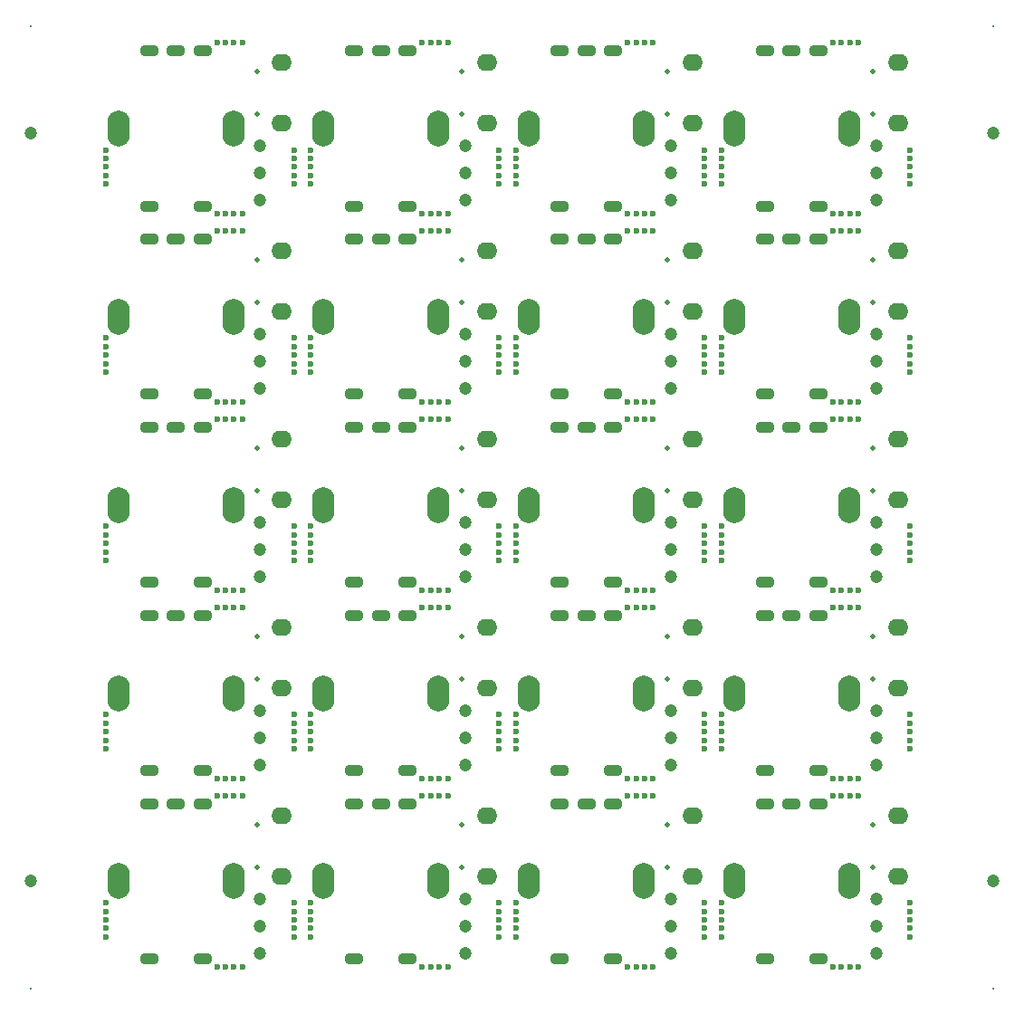
<source format=gbr>
%TF.GenerationSoftware,Altium Limited,Altium Designer,20.1.8 (145)*%
G04 Layer_Color=8388736*
%FSLAX45Y45*%
%MOMM*%
%TF.SameCoordinates,0AB19B83-9B04-4470-A1CB-4E81E99A1085*%
%TF.FilePolarity,Negative*%
%TF.FileFunction,Soldermask,Top*%
%TF.Part,CustomerPanel*%
G01*
G75*
%TA.AperFunction,WasherPad*%
%ADD11C,0.60000*%
%TA.AperFunction,SMDPad,CuDef*%
%ADD37C,1.20320*%
%TA.AperFunction,WasherPad*%
%ADD47C,0.29600*%
%TA.AperFunction,ComponentPad*%
%ADD48C,0.50000*%
%ADD49O,1.90000X1.60000*%
G04:AMPARAMS|DCode=50|XSize=1.2mm|YSize=1.2mm|CornerRadius=0.6mm|HoleSize=0mm|Usage=FLASHONLY|Rotation=90.000|XOffset=0mm|YOffset=0mm|HoleType=Round|Shape=RoundedRectangle|*
%AMROUNDEDRECTD50*
21,1,1.20000,0.00000,0,0,90.0*
21,1,0.00000,1.20000,0,0,90.0*
1,1,1.20000,0.00000,0.00000*
1,1,1.20000,0.00000,0.00000*
1,1,1.20000,0.00000,0.00000*
1,1,1.20000,0.00000,0.00000*
%
%ADD50ROUNDEDRECTD50*%
%ADD51O,1.80000X1.10000*%
%ADD52O,2.10000X3.35000*%
G04:AMPARAMS|DCode=53|XSize=2.1mm|YSize=3.35mm|CornerRadius=1.05mm|HoleSize=0mm|Usage=FLASHONLY|Rotation=180.000|XOffset=0mm|YOffset=0mm|HoleType=Round|Shape=RoundedRectangle|*
%AMROUNDEDRECTD53*
21,1,2.10000,1.25000,0,0,180.0*
21,1,0.00000,3.35000,0,0,180.0*
1,1,2.10000,0.00000,0.62500*
1,1,2.10000,0.00000,0.62500*
1,1,2.10000,0.00000,-0.62500*
1,1,2.10000,0.00000,-0.62500*
%
%ADD53ROUNDEDRECTD53*%
D11*
X8000000Y2300000D02*
D03*
X8080000D02*
D03*
X8160000D02*
D03*
X8240000D02*
D03*
X6960000Y980000D02*
D03*
Y1060000D02*
D03*
Y1140000D02*
D03*
Y1220000D02*
D03*
Y1300000D02*
D03*
X8720000Y1060000D02*
D03*
Y1300000D02*
D03*
Y1140000D02*
D03*
Y1220000D02*
D03*
Y980000D02*
D03*
X8240000Y700000D02*
D03*
X8160000D02*
D03*
X8080000D02*
D03*
X8000000D02*
D03*
X6080000D02*
D03*
X6160000D02*
D03*
X6240000D02*
D03*
X6320000D02*
D03*
X6800000Y980000D02*
D03*
Y1220000D02*
D03*
Y1140000D02*
D03*
Y1300000D02*
D03*
Y1060000D02*
D03*
X5040000Y1300000D02*
D03*
Y1220000D02*
D03*
Y1140000D02*
D03*
Y1060000D02*
D03*
Y980000D02*
D03*
X6320000Y2300000D02*
D03*
X6240000D02*
D03*
X6160000D02*
D03*
X6080000D02*
D03*
X4160000D02*
D03*
X4240000D02*
D03*
X4320000D02*
D03*
X4400000D02*
D03*
X3120000Y980000D02*
D03*
Y1060000D02*
D03*
Y1140000D02*
D03*
Y1220000D02*
D03*
Y1300000D02*
D03*
X4880000Y1060000D02*
D03*
Y1300000D02*
D03*
Y1140000D02*
D03*
Y1220000D02*
D03*
Y980000D02*
D03*
X4400000Y700000D02*
D03*
X4320000D02*
D03*
X4240000D02*
D03*
X4160000D02*
D03*
X2240000D02*
D03*
X2320000D02*
D03*
X2400000D02*
D03*
X2480000D02*
D03*
X2960000Y980000D02*
D03*
Y1220000D02*
D03*
Y1140000D02*
D03*
Y1300000D02*
D03*
Y1060000D02*
D03*
X1200000Y1300000D02*
D03*
Y1220000D02*
D03*
Y1140000D02*
D03*
Y1060000D02*
D03*
Y980000D02*
D03*
X2480000Y2300000D02*
D03*
X2400000D02*
D03*
X2320000D02*
D03*
X2240000D02*
D03*
X8000000Y5820000D02*
D03*
X8080000D02*
D03*
X8160000D02*
D03*
X8240000D02*
D03*
X6960000Y4500000D02*
D03*
Y4580000D02*
D03*
Y4660000D02*
D03*
Y4740000D02*
D03*
Y4820000D02*
D03*
X8720000Y4580000D02*
D03*
Y4820000D02*
D03*
Y4660000D02*
D03*
Y4740000D02*
D03*
Y4500000D02*
D03*
X8240000Y4220000D02*
D03*
X8160000D02*
D03*
X8080000D02*
D03*
X8000000D02*
D03*
Y2460000D02*
D03*
X8080000D02*
D03*
X8160000D02*
D03*
X8240000D02*
D03*
X8720000Y2740000D02*
D03*
Y2980000D02*
D03*
Y2900000D02*
D03*
Y3060000D02*
D03*
Y2820000D02*
D03*
X6960000Y3060000D02*
D03*
Y2980000D02*
D03*
Y2900000D02*
D03*
Y2820000D02*
D03*
Y2740000D02*
D03*
X8240000Y4060000D02*
D03*
X8160000D02*
D03*
X8080000D02*
D03*
X8000000D02*
D03*
X6080000Y4220000D02*
D03*
X6160000D02*
D03*
X6240000D02*
D03*
X6320000D02*
D03*
X6800000Y4500000D02*
D03*
Y4740000D02*
D03*
Y4660000D02*
D03*
Y4820000D02*
D03*
Y4580000D02*
D03*
X5040000Y4820000D02*
D03*
Y4740000D02*
D03*
Y4660000D02*
D03*
Y4580000D02*
D03*
Y4500000D02*
D03*
X6320000Y5820000D02*
D03*
X6240000D02*
D03*
X6160000D02*
D03*
X6080000D02*
D03*
Y2460000D02*
D03*
X6160000D02*
D03*
X6240000D02*
D03*
X6320000D02*
D03*
X6800000Y2740000D02*
D03*
Y2980000D02*
D03*
Y2900000D02*
D03*
Y3060000D02*
D03*
Y2820000D02*
D03*
X5040000Y3060000D02*
D03*
Y2980000D02*
D03*
Y2900000D02*
D03*
Y2820000D02*
D03*
Y2740000D02*
D03*
X6320000Y4060000D02*
D03*
X6240000D02*
D03*
X6160000D02*
D03*
X6080000D02*
D03*
X4160000Y5820000D02*
D03*
X4240000D02*
D03*
X4320000D02*
D03*
X4400000D02*
D03*
X3120000Y4500000D02*
D03*
Y4580000D02*
D03*
Y4660000D02*
D03*
Y4740000D02*
D03*
Y4820000D02*
D03*
X4880000Y4580000D02*
D03*
Y4820000D02*
D03*
Y4660000D02*
D03*
Y4740000D02*
D03*
Y4500000D02*
D03*
X4400000Y4220000D02*
D03*
X4320000D02*
D03*
X4240000D02*
D03*
X4160000D02*
D03*
Y2460000D02*
D03*
X4240000D02*
D03*
X4320000D02*
D03*
X4400000D02*
D03*
X4880000Y2740000D02*
D03*
Y2980000D02*
D03*
Y2900000D02*
D03*
Y3060000D02*
D03*
Y2820000D02*
D03*
X3120000Y3060000D02*
D03*
Y2980000D02*
D03*
Y2900000D02*
D03*
Y2820000D02*
D03*
Y2740000D02*
D03*
X4400000Y4060000D02*
D03*
X4320000D02*
D03*
X4240000D02*
D03*
X4160000D02*
D03*
X2240000Y4220000D02*
D03*
X2320000D02*
D03*
X2400000D02*
D03*
X2480000D02*
D03*
X2960000Y4500000D02*
D03*
Y4740000D02*
D03*
Y4660000D02*
D03*
Y4820000D02*
D03*
Y4580000D02*
D03*
X1200000Y4820000D02*
D03*
Y4740000D02*
D03*
Y4660000D02*
D03*
Y4580000D02*
D03*
Y4500000D02*
D03*
X2480000Y5820000D02*
D03*
X2400000D02*
D03*
X2320000D02*
D03*
X2240000D02*
D03*
Y2460000D02*
D03*
X2320000D02*
D03*
X2400000D02*
D03*
X2480000D02*
D03*
X2960000Y2740000D02*
D03*
Y2980000D02*
D03*
Y2900000D02*
D03*
Y3060000D02*
D03*
Y2820000D02*
D03*
X1200000Y3060000D02*
D03*
Y2980000D02*
D03*
Y2900000D02*
D03*
Y2820000D02*
D03*
Y2740000D02*
D03*
X2480000Y4060000D02*
D03*
X2400000D02*
D03*
X2320000D02*
D03*
X2240000D02*
D03*
X4160000Y9340000D02*
D03*
X4240000D02*
D03*
X4320000D02*
D03*
X4400000D02*
D03*
X3120000Y8020000D02*
D03*
Y8100000D02*
D03*
Y8180000D02*
D03*
Y8260000D02*
D03*
Y8340000D02*
D03*
X4880000Y8100000D02*
D03*
Y8340000D02*
D03*
Y8180000D02*
D03*
Y8260000D02*
D03*
Y8020000D02*
D03*
X4400000Y7740000D02*
D03*
X4320000D02*
D03*
X4240000D02*
D03*
X4160000D02*
D03*
Y5980000D02*
D03*
X4240000D02*
D03*
X4320000D02*
D03*
X4400000D02*
D03*
X4880000Y6260000D02*
D03*
Y6500000D02*
D03*
Y6420000D02*
D03*
Y6580000D02*
D03*
Y6340000D02*
D03*
X3120000Y6580000D02*
D03*
Y6500000D02*
D03*
Y6420000D02*
D03*
Y6340000D02*
D03*
Y6260000D02*
D03*
X4400000Y7580000D02*
D03*
X4320000D02*
D03*
X4240000D02*
D03*
X4160000D02*
D03*
X2240000Y7740000D02*
D03*
X2320000D02*
D03*
X2400000D02*
D03*
X2480000D02*
D03*
X2960000Y8020000D02*
D03*
Y8260000D02*
D03*
Y8180000D02*
D03*
Y8340000D02*
D03*
Y8100000D02*
D03*
X1200000Y8340000D02*
D03*
Y8260000D02*
D03*
Y8180000D02*
D03*
Y8100000D02*
D03*
Y8020000D02*
D03*
X2480000Y9340000D02*
D03*
X2400000D02*
D03*
X2320000D02*
D03*
X2240000D02*
D03*
Y5980000D02*
D03*
X2320000D02*
D03*
X2400000D02*
D03*
X2480000D02*
D03*
X2960000Y6260000D02*
D03*
Y6500000D02*
D03*
Y6420000D02*
D03*
Y6580000D02*
D03*
Y6340000D02*
D03*
X1200000Y6580000D02*
D03*
Y6500000D02*
D03*
Y6420000D02*
D03*
Y6340000D02*
D03*
Y6260000D02*
D03*
X2480000Y7580000D02*
D03*
X2400000D02*
D03*
X2320000D02*
D03*
X2240000D02*
D03*
X6080000D02*
D03*
X6160000D02*
D03*
X6240000D02*
D03*
X6320000D02*
D03*
X5040000Y6260000D02*
D03*
Y6340000D02*
D03*
Y6420000D02*
D03*
Y6500000D02*
D03*
Y6580000D02*
D03*
X6800000Y6340000D02*
D03*
Y6580000D02*
D03*
Y6420000D02*
D03*
Y6500000D02*
D03*
Y6260000D02*
D03*
X6320000Y5980000D02*
D03*
X6240000D02*
D03*
X6160000D02*
D03*
X6080000D02*
D03*
Y9340000D02*
D03*
X6160000D02*
D03*
X6240000D02*
D03*
X6320000D02*
D03*
X5040000Y8020000D02*
D03*
Y8100000D02*
D03*
Y8180000D02*
D03*
Y8260000D02*
D03*
Y8340000D02*
D03*
X6800000Y8100000D02*
D03*
Y8340000D02*
D03*
Y8180000D02*
D03*
Y8260000D02*
D03*
Y8020000D02*
D03*
X6320000Y7740000D02*
D03*
X6240000D02*
D03*
X6160000D02*
D03*
X6080000D02*
D03*
X8000000Y7580000D02*
D03*
X8080000D02*
D03*
X8160000D02*
D03*
X8240000D02*
D03*
X6960000Y6260000D02*
D03*
Y6340000D02*
D03*
Y6420000D02*
D03*
Y6500000D02*
D03*
Y6580000D02*
D03*
X8720000Y6340000D02*
D03*
Y6580000D02*
D03*
Y6420000D02*
D03*
Y6500000D02*
D03*
Y6260000D02*
D03*
X8240000Y5980000D02*
D03*
X8160000D02*
D03*
X8080000D02*
D03*
X8000000D02*
D03*
Y7740000D02*
D03*
X8080000D02*
D03*
X8160000D02*
D03*
X8240000D02*
D03*
X8720000Y8020000D02*
D03*
Y8260000D02*
D03*
Y8180000D02*
D03*
Y8340000D02*
D03*
Y8100000D02*
D03*
X6960000Y8340000D02*
D03*
Y8260000D02*
D03*
Y8180000D02*
D03*
Y8100000D02*
D03*
Y8020000D02*
D03*
X8240000Y9340000D02*
D03*
X8160000D02*
D03*
X8080000D02*
D03*
X8000000D02*
D03*
D37*
X500000Y1500000D02*
D03*
X9500000D02*
D03*
X500000Y8500000D02*
D03*
X9500000D02*
D03*
D47*
X500000Y500000D02*
D03*
X9500000D02*
D03*
Y9500000D02*
D03*
X500000D02*
D03*
D48*
X2613480Y2032000D02*
D03*
Y1632000D02*
D03*
X4533480Y2032000D02*
D03*
Y1632000D02*
D03*
X6453480Y2032000D02*
D03*
Y1632000D02*
D03*
X8373480Y2032000D02*
D03*
Y1632000D02*
D03*
X2613480Y3792000D02*
D03*
Y3392000D02*
D03*
X4533480Y3792000D02*
D03*
Y3392000D02*
D03*
X6453480Y3792000D02*
D03*
Y3392000D02*
D03*
X8373480Y3792000D02*
D03*
Y3392000D02*
D03*
X2613480Y5552000D02*
D03*
Y5152000D02*
D03*
X4533480Y5552000D02*
D03*
Y5152000D02*
D03*
X6453480Y5552000D02*
D03*
Y5152000D02*
D03*
X8373480Y5552000D02*
D03*
Y5152000D02*
D03*
X2613480Y7312000D02*
D03*
Y6912000D02*
D03*
X4533480Y7312000D02*
D03*
Y6912000D02*
D03*
X6453480Y7312000D02*
D03*
Y6912000D02*
D03*
X8373480Y7312000D02*
D03*
Y6912000D02*
D03*
X2613480Y9072000D02*
D03*
Y8672000D02*
D03*
X4533480Y9072000D02*
D03*
Y8672000D02*
D03*
X6453480Y9072000D02*
D03*
Y8672000D02*
D03*
X8373480Y9072000D02*
D03*
Y8672000D02*
D03*
D49*
X2848480Y1549000D02*
D03*
Y2115000D02*
D03*
X4768480Y1549000D02*
D03*
Y2115000D02*
D03*
X6688480Y1549000D02*
D03*
Y2115000D02*
D03*
X8608480Y1549000D02*
D03*
Y2115000D02*
D03*
X2848480Y3309000D02*
D03*
Y3875000D02*
D03*
X4768480Y3309000D02*
D03*
Y3875000D02*
D03*
X6688480Y3309000D02*
D03*
Y3875000D02*
D03*
X8608480Y3309000D02*
D03*
Y3875000D02*
D03*
X2848480Y5069000D02*
D03*
Y5635000D02*
D03*
X4768480Y5069000D02*
D03*
Y5635000D02*
D03*
X6688480Y5069000D02*
D03*
Y5635000D02*
D03*
X8608480Y5069000D02*
D03*
Y5635000D02*
D03*
X2848480Y6829000D02*
D03*
Y7395000D02*
D03*
X4768480Y6829000D02*
D03*
Y7395000D02*
D03*
X6688480Y6829000D02*
D03*
Y7395000D02*
D03*
X8608480Y6829000D02*
D03*
Y7395000D02*
D03*
X2848480Y8589000D02*
D03*
Y9155000D02*
D03*
X4768480Y8589000D02*
D03*
Y9155000D02*
D03*
X6688480Y8589000D02*
D03*
Y9155000D02*
D03*
X8608480Y8589000D02*
D03*
Y9155000D02*
D03*
D50*
X2644000Y1081000D02*
D03*
Y1335000D02*
D03*
Y827000D02*
D03*
X4564000Y1081000D02*
D03*
Y1335000D02*
D03*
Y827000D02*
D03*
X6484000Y1081000D02*
D03*
Y1335000D02*
D03*
Y827000D02*
D03*
X8404000Y1081000D02*
D03*
Y1335000D02*
D03*
Y827000D02*
D03*
X2644000Y2841000D02*
D03*
Y3095000D02*
D03*
Y2587000D02*
D03*
X4564000Y2841000D02*
D03*
Y3095000D02*
D03*
Y2587000D02*
D03*
X6484000Y2841000D02*
D03*
Y3095000D02*
D03*
Y2587000D02*
D03*
X8404000Y2841000D02*
D03*
Y3095000D02*
D03*
Y2587000D02*
D03*
X2644000Y4601000D02*
D03*
Y4855000D02*
D03*
Y4347000D02*
D03*
X4564000Y4601000D02*
D03*
Y4855000D02*
D03*
Y4347000D02*
D03*
X6484000Y4601000D02*
D03*
Y4855000D02*
D03*
Y4347000D02*
D03*
X8404000Y4601000D02*
D03*
Y4855000D02*
D03*
Y4347000D02*
D03*
X2644000Y6361000D02*
D03*
Y6615000D02*
D03*
Y6107000D02*
D03*
X4564000Y6361000D02*
D03*
Y6615000D02*
D03*
Y6107000D02*
D03*
X6484000Y6361000D02*
D03*
Y6615000D02*
D03*
Y6107000D02*
D03*
X8404000Y6361000D02*
D03*
Y6615000D02*
D03*
Y6107000D02*
D03*
X2644000Y8121000D02*
D03*
Y8375000D02*
D03*
Y7867000D02*
D03*
X4564000Y8121000D02*
D03*
Y8375000D02*
D03*
Y7867000D02*
D03*
X6484000Y8121000D02*
D03*
Y8375000D02*
D03*
Y7867000D02*
D03*
X8404000Y8121000D02*
D03*
Y8375000D02*
D03*
Y7867000D02*
D03*
D51*
X1605420Y775500D02*
D03*
X2105420D02*
D03*
X1855420Y2225500D02*
D03*
X1605420D02*
D03*
X2105420D02*
D03*
X3525420Y775500D02*
D03*
X4025420D02*
D03*
X3775420Y2225500D02*
D03*
X3525420D02*
D03*
X4025420D02*
D03*
X5445420Y775500D02*
D03*
X5945420D02*
D03*
X5695420Y2225500D02*
D03*
X5445420D02*
D03*
X5945420D02*
D03*
X7365420Y775500D02*
D03*
X7865420D02*
D03*
X7615420Y2225500D02*
D03*
X7365420D02*
D03*
X7865420D02*
D03*
X1605420Y2535500D02*
D03*
X2105420D02*
D03*
X1855420Y3985500D02*
D03*
X1605420D02*
D03*
X2105420D02*
D03*
X3525420Y2535500D02*
D03*
X4025420D02*
D03*
X3775420Y3985500D02*
D03*
X3525420D02*
D03*
X4025420D02*
D03*
X5445420Y2535500D02*
D03*
X5945420D02*
D03*
X5695420Y3985500D02*
D03*
X5445420D02*
D03*
X5945420D02*
D03*
X7365420Y2535500D02*
D03*
X7865420D02*
D03*
X7615420Y3985500D02*
D03*
X7365420D02*
D03*
X7865420D02*
D03*
X1605420Y4295500D02*
D03*
X2105420D02*
D03*
X1855420Y5745500D02*
D03*
X1605420D02*
D03*
X2105420D02*
D03*
X3525420Y4295500D02*
D03*
X4025420D02*
D03*
X3775420Y5745500D02*
D03*
X3525420D02*
D03*
X4025420D02*
D03*
X5445420Y4295500D02*
D03*
X5945420D02*
D03*
X5695420Y5745500D02*
D03*
X5445420D02*
D03*
X5945420D02*
D03*
X7365420Y4295500D02*
D03*
X7865420D02*
D03*
X7615420Y5745500D02*
D03*
X7365420D02*
D03*
X7865420D02*
D03*
X1605420Y6055500D02*
D03*
X2105420D02*
D03*
X1855420Y7505500D02*
D03*
X1605420D02*
D03*
X2105420D02*
D03*
X3525420Y6055500D02*
D03*
X4025420D02*
D03*
X3775420Y7505500D02*
D03*
X3525420D02*
D03*
X4025420D02*
D03*
X5445420Y6055500D02*
D03*
X5945420D02*
D03*
X5695420Y7505500D02*
D03*
X5445420D02*
D03*
X5945420D02*
D03*
X7365420Y6055500D02*
D03*
X7865420D02*
D03*
X7615420Y7505500D02*
D03*
X7365420D02*
D03*
X7865420D02*
D03*
X1605420Y7815500D02*
D03*
X2105420D02*
D03*
X1855420Y9265500D02*
D03*
X1605420D02*
D03*
X2105420D02*
D03*
X3525420Y7815500D02*
D03*
X4025420D02*
D03*
X3775420Y9265500D02*
D03*
X3525420D02*
D03*
X4025420D02*
D03*
X5445420Y7815500D02*
D03*
X5945420D02*
D03*
X5695420Y9265500D02*
D03*
X5445420D02*
D03*
X5945420D02*
D03*
X7365420Y7815500D02*
D03*
X7865420D02*
D03*
X7615420Y9265500D02*
D03*
X7365420D02*
D03*
X7865420D02*
D03*
D52*
X1317920Y1500500D02*
D03*
X3237920D02*
D03*
X5157920D02*
D03*
X7077920D02*
D03*
X1317920Y3260500D02*
D03*
X3237920D02*
D03*
X5157920D02*
D03*
X7077920D02*
D03*
X1317920Y5020500D02*
D03*
X3237920D02*
D03*
X5157920D02*
D03*
X7077920D02*
D03*
X1317920Y6780500D02*
D03*
X3237920D02*
D03*
X5157920D02*
D03*
X7077920D02*
D03*
X1317920Y8540500D02*
D03*
X3237920D02*
D03*
X5157920D02*
D03*
X7077920D02*
D03*
D53*
X2392920Y1500500D02*
D03*
X4312920D02*
D03*
X6232920D02*
D03*
X8152920D02*
D03*
X2392920Y3260500D02*
D03*
X4312920D02*
D03*
X6232920D02*
D03*
X8152920D02*
D03*
X2392920Y5020500D02*
D03*
X4312920D02*
D03*
X6232920D02*
D03*
X8152920D02*
D03*
X2392920Y6780500D02*
D03*
X4312920D02*
D03*
X6232920D02*
D03*
X8152920D02*
D03*
X2392920Y8540500D02*
D03*
X4312920D02*
D03*
X6232920D02*
D03*
X8152920D02*
D03*
%TF.MD5,83c967fc148013862206f45df75280d0*%
M02*

</source>
